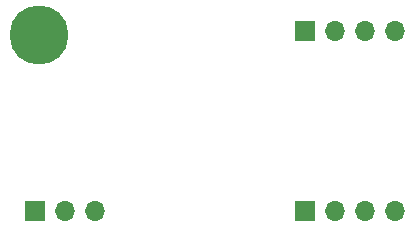
<source format=gbs>
%TF.GenerationSoftware,KiCad,Pcbnew,(6.0.8)*%
%TF.CreationDate,2022-12-16T18:18:29+01:00*%
%TF.ProjectId,Single-DCDC-Converter-Rev3,53696e67-6c65-42d4-9443-44432d436f6e,rev?*%
%TF.SameCoordinates,Original*%
%TF.FileFunction,Soldermask,Bot*%
%TF.FilePolarity,Negative*%
%FSLAX46Y46*%
G04 Gerber Fmt 4.6, Leading zero omitted, Abs format (unit mm)*
G04 Created by KiCad (PCBNEW (6.0.8)) date 2022-12-16 18:18:29*
%MOMM*%
%LPD*%
G01*
G04 APERTURE LIST*
%ADD10R,1.700000X1.700000*%
%ADD11O,1.700000X1.700000*%
%ADD12C,5.000000*%
G04 APERTURE END LIST*
D10*
X83780000Y-96135000D03*
D11*
X86320000Y-96135000D03*
X88860000Y-96135000D03*
D10*
X106640000Y-96135000D03*
D11*
X109180000Y-96135000D03*
X111720000Y-96135000D03*
X114260000Y-96135000D03*
D12*
X84130000Y-81235000D03*
D10*
X106640000Y-80895000D03*
D11*
X109180000Y-80895000D03*
X111720000Y-80895000D03*
X114260000Y-80895000D03*
M02*

</source>
